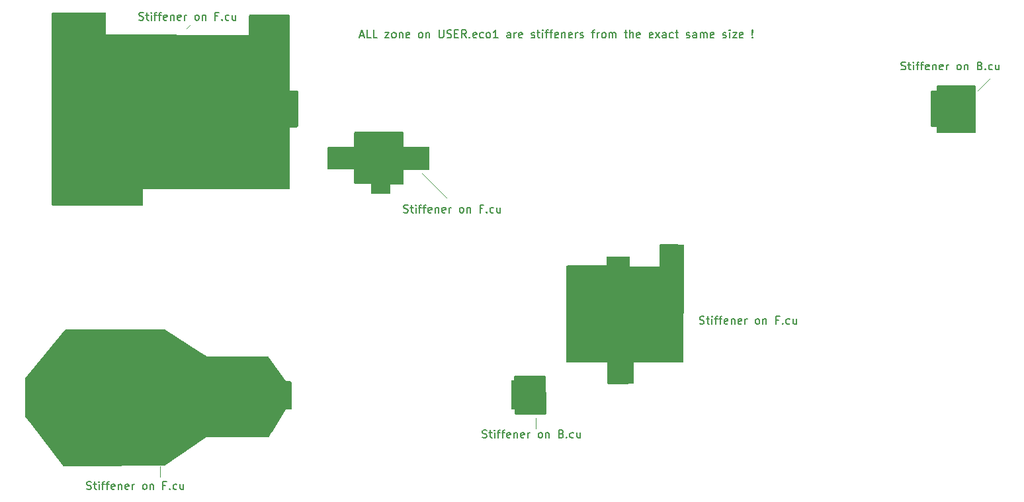
<source format=gbr>
%TF.GenerationSoftware,KiCad,Pcbnew,8.0.5*%
%TF.CreationDate,2025-02-13T07:49:46+01:00*%
%TF.ProjectId,flexpcb,666c6578-7063-4622-9e6b-696361645f70,rev?*%
%TF.SameCoordinates,Original*%
%TF.FileFunction,Other,ECO1*%
%FSLAX46Y46*%
G04 Gerber Fmt 4.6, Leading zero omitted, Abs format (unit mm)*
G04 Created by KiCad (PCBNEW 8.0.5) date 2025-02-13 07:49:46*
%MOMM*%
%LPD*%
G01*
G04 APERTURE LIST*
%ADD10C,0.100000*%
%ADD11C,0.150000*%
G04 APERTURE END LIST*
D10*
X139450000Y-117540000D02*
X139450000Y-116170000D01*
X91400000Y-123700000D02*
X91400000Y-122370000D01*
X95270000Y-65800000D02*
X94750000Y-66320000D01*
X128060000Y-88030000D02*
X124920000Y-84890000D01*
X197670000Y-72660000D02*
X196070000Y-74260000D01*
D11*
X186249160Y-71552200D02*
X186392017Y-71599819D01*
X186392017Y-71599819D02*
X186630112Y-71599819D01*
X186630112Y-71599819D02*
X186725350Y-71552200D01*
X186725350Y-71552200D02*
X186772969Y-71504580D01*
X186772969Y-71504580D02*
X186820588Y-71409342D01*
X186820588Y-71409342D02*
X186820588Y-71314104D01*
X186820588Y-71314104D02*
X186772969Y-71218866D01*
X186772969Y-71218866D02*
X186725350Y-71171247D01*
X186725350Y-71171247D02*
X186630112Y-71123628D01*
X186630112Y-71123628D02*
X186439636Y-71076009D01*
X186439636Y-71076009D02*
X186344398Y-71028390D01*
X186344398Y-71028390D02*
X186296779Y-70980771D01*
X186296779Y-70980771D02*
X186249160Y-70885533D01*
X186249160Y-70885533D02*
X186249160Y-70790295D01*
X186249160Y-70790295D02*
X186296779Y-70695057D01*
X186296779Y-70695057D02*
X186344398Y-70647438D01*
X186344398Y-70647438D02*
X186439636Y-70599819D01*
X186439636Y-70599819D02*
X186677731Y-70599819D01*
X186677731Y-70599819D02*
X186820588Y-70647438D01*
X187106303Y-70933152D02*
X187487255Y-70933152D01*
X187249160Y-70599819D02*
X187249160Y-71456961D01*
X187249160Y-71456961D02*
X187296779Y-71552200D01*
X187296779Y-71552200D02*
X187392017Y-71599819D01*
X187392017Y-71599819D02*
X187487255Y-71599819D01*
X187820589Y-71599819D02*
X187820589Y-70933152D01*
X187820589Y-70599819D02*
X187772970Y-70647438D01*
X187772970Y-70647438D02*
X187820589Y-70695057D01*
X187820589Y-70695057D02*
X187868208Y-70647438D01*
X187868208Y-70647438D02*
X187820589Y-70599819D01*
X187820589Y-70599819D02*
X187820589Y-70695057D01*
X188153922Y-70933152D02*
X188534874Y-70933152D01*
X188296779Y-71599819D02*
X188296779Y-70742676D01*
X188296779Y-70742676D02*
X188344398Y-70647438D01*
X188344398Y-70647438D02*
X188439636Y-70599819D01*
X188439636Y-70599819D02*
X188534874Y-70599819D01*
X188725351Y-70933152D02*
X189106303Y-70933152D01*
X188868208Y-71599819D02*
X188868208Y-70742676D01*
X188868208Y-70742676D02*
X188915827Y-70647438D01*
X188915827Y-70647438D02*
X189011065Y-70599819D01*
X189011065Y-70599819D02*
X189106303Y-70599819D01*
X189820589Y-71552200D02*
X189725351Y-71599819D01*
X189725351Y-71599819D02*
X189534875Y-71599819D01*
X189534875Y-71599819D02*
X189439637Y-71552200D01*
X189439637Y-71552200D02*
X189392018Y-71456961D01*
X189392018Y-71456961D02*
X189392018Y-71076009D01*
X189392018Y-71076009D02*
X189439637Y-70980771D01*
X189439637Y-70980771D02*
X189534875Y-70933152D01*
X189534875Y-70933152D02*
X189725351Y-70933152D01*
X189725351Y-70933152D02*
X189820589Y-70980771D01*
X189820589Y-70980771D02*
X189868208Y-71076009D01*
X189868208Y-71076009D02*
X189868208Y-71171247D01*
X189868208Y-71171247D02*
X189392018Y-71266485D01*
X190296780Y-70933152D02*
X190296780Y-71599819D01*
X190296780Y-71028390D02*
X190344399Y-70980771D01*
X190344399Y-70980771D02*
X190439637Y-70933152D01*
X190439637Y-70933152D02*
X190582494Y-70933152D01*
X190582494Y-70933152D02*
X190677732Y-70980771D01*
X190677732Y-70980771D02*
X190725351Y-71076009D01*
X190725351Y-71076009D02*
X190725351Y-71599819D01*
X191582494Y-71552200D02*
X191487256Y-71599819D01*
X191487256Y-71599819D02*
X191296780Y-71599819D01*
X191296780Y-71599819D02*
X191201542Y-71552200D01*
X191201542Y-71552200D02*
X191153923Y-71456961D01*
X191153923Y-71456961D02*
X191153923Y-71076009D01*
X191153923Y-71076009D02*
X191201542Y-70980771D01*
X191201542Y-70980771D02*
X191296780Y-70933152D01*
X191296780Y-70933152D02*
X191487256Y-70933152D01*
X191487256Y-70933152D02*
X191582494Y-70980771D01*
X191582494Y-70980771D02*
X191630113Y-71076009D01*
X191630113Y-71076009D02*
X191630113Y-71171247D01*
X191630113Y-71171247D02*
X191153923Y-71266485D01*
X192058685Y-71599819D02*
X192058685Y-70933152D01*
X192058685Y-71123628D02*
X192106304Y-71028390D01*
X192106304Y-71028390D02*
X192153923Y-70980771D01*
X192153923Y-70980771D02*
X192249161Y-70933152D01*
X192249161Y-70933152D02*
X192344399Y-70933152D01*
X193582495Y-71599819D02*
X193487257Y-71552200D01*
X193487257Y-71552200D02*
X193439638Y-71504580D01*
X193439638Y-71504580D02*
X193392019Y-71409342D01*
X193392019Y-71409342D02*
X193392019Y-71123628D01*
X193392019Y-71123628D02*
X193439638Y-71028390D01*
X193439638Y-71028390D02*
X193487257Y-70980771D01*
X193487257Y-70980771D02*
X193582495Y-70933152D01*
X193582495Y-70933152D02*
X193725352Y-70933152D01*
X193725352Y-70933152D02*
X193820590Y-70980771D01*
X193820590Y-70980771D02*
X193868209Y-71028390D01*
X193868209Y-71028390D02*
X193915828Y-71123628D01*
X193915828Y-71123628D02*
X193915828Y-71409342D01*
X193915828Y-71409342D02*
X193868209Y-71504580D01*
X193868209Y-71504580D02*
X193820590Y-71552200D01*
X193820590Y-71552200D02*
X193725352Y-71599819D01*
X193725352Y-71599819D02*
X193582495Y-71599819D01*
X194344400Y-70933152D02*
X194344400Y-71599819D01*
X194344400Y-71028390D02*
X194392019Y-70980771D01*
X194392019Y-70980771D02*
X194487257Y-70933152D01*
X194487257Y-70933152D02*
X194630114Y-70933152D01*
X194630114Y-70933152D02*
X194725352Y-70980771D01*
X194725352Y-70980771D02*
X194772971Y-71076009D01*
X194772971Y-71076009D02*
X194772971Y-71599819D01*
X196344400Y-71076009D02*
X196487257Y-71123628D01*
X196487257Y-71123628D02*
X196534876Y-71171247D01*
X196534876Y-71171247D02*
X196582495Y-71266485D01*
X196582495Y-71266485D02*
X196582495Y-71409342D01*
X196582495Y-71409342D02*
X196534876Y-71504580D01*
X196534876Y-71504580D02*
X196487257Y-71552200D01*
X196487257Y-71552200D02*
X196392019Y-71599819D01*
X196392019Y-71599819D02*
X196011067Y-71599819D01*
X196011067Y-71599819D02*
X196011067Y-70599819D01*
X196011067Y-70599819D02*
X196344400Y-70599819D01*
X196344400Y-70599819D02*
X196439638Y-70647438D01*
X196439638Y-70647438D02*
X196487257Y-70695057D01*
X196487257Y-70695057D02*
X196534876Y-70790295D01*
X196534876Y-70790295D02*
X196534876Y-70885533D01*
X196534876Y-70885533D02*
X196487257Y-70980771D01*
X196487257Y-70980771D02*
X196439638Y-71028390D01*
X196439638Y-71028390D02*
X196344400Y-71076009D01*
X196344400Y-71076009D02*
X196011067Y-71076009D01*
X197011067Y-71504580D02*
X197058686Y-71552200D01*
X197058686Y-71552200D02*
X197011067Y-71599819D01*
X197011067Y-71599819D02*
X196963448Y-71552200D01*
X196963448Y-71552200D02*
X197011067Y-71504580D01*
X197011067Y-71504580D02*
X197011067Y-71599819D01*
X197915828Y-71552200D02*
X197820590Y-71599819D01*
X197820590Y-71599819D02*
X197630114Y-71599819D01*
X197630114Y-71599819D02*
X197534876Y-71552200D01*
X197534876Y-71552200D02*
X197487257Y-71504580D01*
X197487257Y-71504580D02*
X197439638Y-71409342D01*
X197439638Y-71409342D02*
X197439638Y-71123628D01*
X197439638Y-71123628D02*
X197487257Y-71028390D01*
X197487257Y-71028390D02*
X197534876Y-70980771D01*
X197534876Y-70980771D02*
X197630114Y-70933152D01*
X197630114Y-70933152D02*
X197820590Y-70933152D01*
X197820590Y-70933152D02*
X197915828Y-70980771D01*
X198772971Y-70933152D02*
X198772971Y-71599819D01*
X198344400Y-70933152D02*
X198344400Y-71456961D01*
X198344400Y-71456961D02*
X198392019Y-71552200D01*
X198392019Y-71552200D02*
X198487257Y-71599819D01*
X198487257Y-71599819D02*
X198630114Y-71599819D01*
X198630114Y-71599819D02*
X198725352Y-71552200D01*
X198725352Y-71552200D02*
X198772971Y-71504580D01*
X122569160Y-89852200D02*
X122712017Y-89899819D01*
X122712017Y-89899819D02*
X122950112Y-89899819D01*
X122950112Y-89899819D02*
X123045350Y-89852200D01*
X123045350Y-89852200D02*
X123092969Y-89804580D01*
X123092969Y-89804580D02*
X123140588Y-89709342D01*
X123140588Y-89709342D02*
X123140588Y-89614104D01*
X123140588Y-89614104D02*
X123092969Y-89518866D01*
X123092969Y-89518866D02*
X123045350Y-89471247D01*
X123045350Y-89471247D02*
X122950112Y-89423628D01*
X122950112Y-89423628D02*
X122759636Y-89376009D01*
X122759636Y-89376009D02*
X122664398Y-89328390D01*
X122664398Y-89328390D02*
X122616779Y-89280771D01*
X122616779Y-89280771D02*
X122569160Y-89185533D01*
X122569160Y-89185533D02*
X122569160Y-89090295D01*
X122569160Y-89090295D02*
X122616779Y-88995057D01*
X122616779Y-88995057D02*
X122664398Y-88947438D01*
X122664398Y-88947438D02*
X122759636Y-88899819D01*
X122759636Y-88899819D02*
X122997731Y-88899819D01*
X122997731Y-88899819D02*
X123140588Y-88947438D01*
X123426303Y-89233152D02*
X123807255Y-89233152D01*
X123569160Y-88899819D02*
X123569160Y-89756961D01*
X123569160Y-89756961D02*
X123616779Y-89852200D01*
X123616779Y-89852200D02*
X123712017Y-89899819D01*
X123712017Y-89899819D02*
X123807255Y-89899819D01*
X124140589Y-89899819D02*
X124140589Y-89233152D01*
X124140589Y-88899819D02*
X124092970Y-88947438D01*
X124092970Y-88947438D02*
X124140589Y-88995057D01*
X124140589Y-88995057D02*
X124188208Y-88947438D01*
X124188208Y-88947438D02*
X124140589Y-88899819D01*
X124140589Y-88899819D02*
X124140589Y-88995057D01*
X124473922Y-89233152D02*
X124854874Y-89233152D01*
X124616779Y-89899819D02*
X124616779Y-89042676D01*
X124616779Y-89042676D02*
X124664398Y-88947438D01*
X124664398Y-88947438D02*
X124759636Y-88899819D01*
X124759636Y-88899819D02*
X124854874Y-88899819D01*
X125045351Y-89233152D02*
X125426303Y-89233152D01*
X125188208Y-89899819D02*
X125188208Y-89042676D01*
X125188208Y-89042676D02*
X125235827Y-88947438D01*
X125235827Y-88947438D02*
X125331065Y-88899819D01*
X125331065Y-88899819D02*
X125426303Y-88899819D01*
X126140589Y-89852200D02*
X126045351Y-89899819D01*
X126045351Y-89899819D02*
X125854875Y-89899819D01*
X125854875Y-89899819D02*
X125759637Y-89852200D01*
X125759637Y-89852200D02*
X125712018Y-89756961D01*
X125712018Y-89756961D02*
X125712018Y-89376009D01*
X125712018Y-89376009D02*
X125759637Y-89280771D01*
X125759637Y-89280771D02*
X125854875Y-89233152D01*
X125854875Y-89233152D02*
X126045351Y-89233152D01*
X126045351Y-89233152D02*
X126140589Y-89280771D01*
X126140589Y-89280771D02*
X126188208Y-89376009D01*
X126188208Y-89376009D02*
X126188208Y-89471247D01*
X126188208Y-89471247D02*
X125712018Y-89566485D01*
X126616780Y-89233152D02*
X126616780Y-89899819D01*
X126616780Y-89328390D02*
X126664399Y-89280771D01*
X126664399Y-89280771D02*
X126759637Y-89233152D01*
X126759637Y-89233152D02*
X126902494Y-89233152D01*
X126902494Y-89233152D02*
X126997732Y-89280771D01*
X126997732Y-89280771D02*
X127045351Y-89376009D01*
X127045351Y-89376009D02*
X127045351Y-89899819D01*
X127902494Y-89852200D02*
X127807256Y-89899819D01*
X127807256Y-89899819D02*
X127616780Y-89899819D01*
X127616780Y-89899819D02*
X127521542Y-89852200D01*
X127521542Y-89852200D02*
X127473923Y-89756961D01*
X127473923Y-89756961D02*
X127473923Y-89376009D01*
X127473923Y-89376009D02*
X127521542Y-89280771D01*
X127521542Y-89280771D02*
X127616780Y-89233152D01*
X127616780Y-89233152D02*
X127807256Y-89233152D01*
X127807256Y-89233152D02*
X127902494Y-89280771D01*
X127902494Y-89280771D02*
X127950113Y-89376009D01*
X127950113Y-89376009D02*
X127950113Y-89471247D01*
X127950113Y-89471247D02*
X127473923Y-89566485D01*
X128378685Y-89899819D02*
X128378685Y-89233152D01*
X128378685Y-89423628D02*
X128426304Y-89328390D01*
X128426304Y-89328390D02*
X128473923Y-89280771D01*
X128473923Y-89280771D02*
X128569161Y-89233152D01*
X128569161Y-89233152D02*
X128664399Y-89233152D01*
X129902495Y-89899819D02*
X129807257Y-89852200D01*
X129807257Y-89852200D02*
X129759638Y-89804580D01*
X129759638Y-89804580D02*
X129712019Y-89709342D01*
X129712019Y-89709342D02*
X129712019Y-89423628D01*
X129712019Y-89423628D02*
X129759638Y-89328390D01*
X129759638Y-89328390D02*
X129807257Y-89280771D01*
X129807257Y-89280771D02*
X129902495Y-89233152D01*
X129902495Y-89233152D02*
X130045352Y-89233152D01*
X130045352Y-89233152D02*
X130140590Y-89280771D01*
X130140590Y-89280771D02*
X130188209Y-89328390D01*
X130188209Y-89328390D02*
X130235828Y-89423628D01*
X130235828Y-89423628D02*
X130235828Y-89709342D01*
X130235828Y-89709342D02*
X130188209Y-89804580D01*
X130188209Y-89804580D02*
X130140590Y-89852200D01*
X130140590Y-89852200D02*
X130045352Y-89899819D01*
X130045352Y-89899819D02*
X129902495Y-89899819D01*
X130664400Y-89233152D02*
X130664400Y-89899819D01*
X130664400Y-89328390D02*
X130712019Y-89280771D01*
X130712019Y-89280771D02*
X130807257Y-89233152D01*
X130807257Y-89233152D02*
X130950114Y-89233152D01*
X130950114Y-89233152D02*
X131045352Y-89280771D01*
X131045352Y-89280771D02*
X131092971Y-89376009D01*
X131092971Y-89376009D02*
X131092971Y-89899819D01*
X132664400Y-89376009D02*
X132331067Y-89376009D01*
X132331067Y-89899819D02*
X132331067Y-88899819D01*
X132331067Y-88899819D02*
X132807257Y-88899819D01*
X133188210Y-89804580D02*
X133235829Y-89852200D01*
X133235829Y-89852200D02*
X133188210Y-89899819D01*
X133188210Y-89899819D02*
X133140591Y-89852200D01*
X133140591Y-89852200D02*
X133188210Y-89804580D01*
X133188210Y-89804580D02*
X133188210Y-89899819D01*
X134092971Y-89852200D02*
X133997733Y-89899819D01*
X133997733Y-89899819D02*
X133807257Y-89899819D01*
X133807257Y-89899819D02*
X133712019Y-89852200D01*
X133712019Y-89852200D02*
X133664400Y-89804580D01*
X133664400Y-89804580D02*
X133616781Y-89709342D01*
X133616781Y-89709342D02*
X133616781Y-89423628D01*
X133616781Y-89423628D02*
X133664400Y-89328390D01*
X133664400Y-89328390D02*
X133712019Y-89280771D01*
X133712019Y-89280771D02*
X133807257Y-89233152D01*
X133807257Y-89233152D02*
X133997733Y-89233152D01*
X133997733Y-89233152D02*
X134092971Y-89280771D01*
X134950114Y-89233152D02*
X134950114Y-89899819D01*
X134521543Y-89233152D02*
X134521543Y-89756961D01*
X134521543Y-89756961D02*
X134569162Y-89852200D01*
X134569162Y-89852200D02*
X134664400Y-89899819D01*
X134664400Y-89899819D02*
X134807257Y-89899819D01*
X134807257Y-89899819D02*
X134902495Y-89852200D01*
X134902495Y-89852200D02*
X134950114Y-89804580D01*
X88699160Y-65212200D02*
X88842017Y-65259819D01*
X88842017Y-65259819D02*
X89080112Y-65259819D01*
X89080112Y-65259819D02*
X89175350Y-65212200D01*
X89175350Y-65212200D02*
X89222969Y-65164580D01*
X89222969Y-65164580D02*
X89270588Y-65069342D01*
X89270588Y-65069342D02*
X89270588Y-64974104D01*
X89270588Y-64974104D02*
X89222969Y-64878866D01*
X89222969Y-64878866D02*
X89175350Y-64831247D01*
X89175350Y-64831247D02*
X89080112Y-64783628D01*
X89080112Y-64783628D02*
X88889636Y-64736009D01*
X88889636Y-64736009D02*
X88794398Y-64688390D01*
X88794398Y-64688390D02*
X88746779Y-64640771D01*
X88746779Y-64640771D02*
X88699160Y-64545533D01*
X88699160Y-64545533D02*
X88699160Y-64450295D01*
X88699160Y-64450295D02*
X88746779Y-64355057D01*
X88746779Y-64355057D02*
X88794398Y-64307438D01*
X88794398Y-64307438D02*
X88889636Y-64259819D01*
X88889636Y-64259819D02*
X89127731Y-64259819D01*
X89127731Y-64259819D02*
X89270588Y-64307438D01*
X89556303Y-64593152D02*
X89937255Y-64593152D01*
X89699160Y-64259819D02*
X89699160Y-65116961D01*
X89699160Y-65116961D02*
X89746779Y-65212200D01*
X89746779Y-65212200D02*
X89842017Y-65259819D01*
X89842017Y-65259819D02*
X89937255Y-65259819D01*
X90270589Y-65259819D02*
X90270589Y-64593152D01*
X90270589Y-64259819D02*
X90222970Y-64307438D01*
X90222970Y-64307438D02*
X90270589Y-64355057D01*
X90270589Y-64355057D02*
X90318208Y-64307438D01*
X90318208Y-64307438D02*
X90270589Y-64259819D01*
X90270589Y-64259819D02*
X90270589Y-64355057D01*
X90603922Y-64593152D02*
X90984874Y-64593152D01*
X90746779Y-65259819D02*
X90746779Y-64402676D01*
X90746779Y-64402676D02*
X90794398Y-64307438D01*
X90794398Y-64307438D02*
X90889636Y-64259819D01*
X90889636Y-64259819D02*
X90984874Y-64259819D01*
X91175351Y-64593152D02*
X91556303Y-64593152D01*
X91318208Y-65259819D02*
X91318208Y-64402676D01*
X91318208Y-64402676D02*
X91365827Y-64307438D01*
X91365827Y-64307438D02*
X91461065Y-64259819D01*
X91461065Y-64259819D02*
X91556303Y-64259819D01*
X92270589Y-65212200D02*
X92175351Y-65259819D01*
X92175351Y-65259819D02*
X91984875Y-65259819D01*
X91984875Y-65259819D02*
X91889637Y-65212200D01*
X91889637Y-65212200D02*
X91842018Y-65116961D01*
X91842018Y-65116961D02*
X91842018Y-64736009D01*
X91842018Y-64736009D02*
X91889637Y-64640771D01*
X91889637Y-64640771D02*
X91984875Y-64593152D01*
X91984875Y-64593152D02*
X92175351Y-64593152D01*
X92175351Y-64593152D02*
X92270589Y-64640771D01*
X92270589Y-64640771D02*
X92318208Y-64736009D01*
X92318208Y-64736009D02*
X92318208Y-64831247D01*
X92318208Y-64831247D02*
X91842018Y-64926485D01*
X92746780Y-64593152D02*
X92746780Y-65259819D01*
X92746780Y-64688390D02*
X92794399Y-64640771D01*
X92794399Y-64640771D02*
X92889637Y-64593152D01*
X92889637Y-64593152D02*
X93032494Y-64593152D01*
X93032494Y-64593152D02*
X93127732Y-64640771D01*
X93127732Y-64640771D02*
X93175351Y-64736009D01*
X93175351Y-64736009D02*
X93175351Y-65259819D01*
X94032494Y-65212200D02*
X93937256Y-65259819D01*
X93937256Y-65259819D02*
X93746780Y-65259819D01*
X93746780Y-65259819D02*
X93651542Y-65212200D01*
X93651542Y-65212200D02*
X93603923Y-65116961D01*
X93603923Y-65116961D02*
X93603923Y-64736009D01*
X93603923Y-64736009D02*
X93651542Y-64640771D01*
X93651542Y-64640771D02*
X93746780Y-64593152D01*
X93746780Y-64593152D02*
X93937256Y-64593152D01*
X93937256Y-64593152D02*
X94032494Y-64640771D01*
X94032494Y-64640771D02*
X94080113Y-64736009D01*
X94080113Y-64736009D02*
X94080113Y-64831247D01*
X94080113Y-64831247D02*
X93603923Y-64926485D01*
X94508685Y-65259819D02*
X94508685Y-64593152D01*
X94508685Y-64783628D02*
X94556304Y-64688390D01*
X94556304Y-64688390D02*
X94603923Y-64640771D01*
X94603923Y-64640771D02*
X94699161Y-64593152D01*
X94699161Y-64593152D02*
X94794399Y-64593152D01*
X96032495Y-65259819D02*
X95937257Y-65212200D01*
X95937257Y-65212200D02*
X95889638Y-65164580D01*
X95889638Y-65164580D02*
X95842019Y-65069342D01*
X95842019Y-65069342D02*
X95842019Y-64783628D01*
X95842019Y-64783628D02*
X95889638Y-64688390D01*
X95889638Y-64688390D02*
X95937257Y-64640771D01*
X95937257Y-64640771D02*
X96032495Y-64593152D01*
X96032495Y-64593152D02*
X96175352Y-64593152D01*
X96175352Y-64593152D02*
X96270590Y-64640771D01*
X96270590Y-64640771D02*
X96318209Y-64688390D01*
X96318209Y-64688390D02*
X96365828Y-64783628D01*
X96365828Y-64783628D02*
X96365828Y-65069342D01*
X96365828Y-65069342D02*
X96318209Y-65164580D01*
X96318209Y-65164580D02*
X96270590Y-65212200D01*
X96270590Y-65212200D02*
X96175352Y-65259819D01*
X96175352Y-65259819D02*
X96032495Y-65259819D01*
X96794400Y-64593152D02*
X96794400Y-65259819D01*
X96794400Y-64688390D02*
X96842019Y-64640771D01*
X96842019Y-64640771D02*
X96937257Y-64593152D01*
X96937257Y-64593152D02*
X97080114Y-64593152D01*
X97080114Y-64593152D02*
X97175352Y-64640771D01*
X97175352Y-64640771D02*
X97222971Y-64736009D01*
X97222971Y-64736009D02*
X97222971Y-65259819D01*
X98794400Y-64736009D02*
X98461067Y-64736009D01*
X98461067Y-65259819D02*
X98461067Y-64259819D01*
X98461067Y-64259819D02*
X98937257Y-64259819D01*
X99318210Y-65164580D02*
X99365829Y-65212200D01*
X99365829Y-65212200D02*
X99318210Y-65259819D01*
X99318210Y-65259819D02*
X99270591Y-65212200D01*
X99270591Y-65212200D02*
X99318210Y-65164580D01*
X99318210Y-65164580D02*
X99318210Y-65259819D01*
X100222971Y-65212200D02*
X100127733Y-65259819D01*
X100127733Y-65259819D02*
X99937257Y-65259819D01*
X99937257Y-65259819D02*
X99842019Y-65212200D01*
X99842019Y-65212200D02*
X99794400Y-65164580D01*
X99794400Y-65164580D02*
X99746781Y-65069342D01*
X99746781Y-65069342D02*
X99746781Y-64783628D01*
X99746781Y-64783628D02*
X99794400Y-64688390D01*
X99794400Y-64688390D02*
X99842019Y-64640771D01*
X99842019Y-64640771D02*
X99937257Y-64593152D01*
X99937257Y-64593152D02*
X100127733Y-64593152D01*
X100127733Y-64593152D02*
X100222971Y-64640771D01*
X101080114Y-64593152D02*
X101080114Y-65259819D01*
X100651543Y-64593152D02*
X100651543Y-65116961D01*
X100651543Y-65116961D02*
X100699162Y-65212200D01*
X100699162Y-65212200D02*
X100794400Y-65259819D01*
X100794400Y-65259819D02*
X100937257Y-65259819D01*
X100937257Y-65259819D02*
X101032495Y-65212200D01*
X101032495Y-65212200D02*
X101080114Y-65164580D01*
X160459160Y-104112200D02*
X160602017Y-104159819D01*
X160602017Y-104159819D02*
X160840112Y-104159819D01*
X160840112Y-104159819D02*
X160935350Y-104112200D01*
X160935350Y-104112200D02*
X160982969Y-104064580D01*
X160982969Y-104064580D02*
X161030588Y-103969342D01*
X161030588Y-103969342D02*
X161030588Y-103874104D01*
X161030588Y-103874104D02*
X160982969Y-103778866D01*
X160982969Y-103778866D02*
X160935350Y-103731247D01*
X160935350Y-103731247D02*
X160840112Y-103683628D01*
X160840112Y-103683628D02*
X160649636Y-103636009D01*
X160649636Y-103636009D02*
X160554398Y-103588390D01*
X160554398Y-103588390D02*
X160506779Y-103540771D01*
X160506779Y-103540771D02*
X160459160Y-103445533D01*
X160459160Y-103445533D02*
X160459160Y-103350295D01*
X160459160Y-103350295D02*
X160506779Y-103255057D01*
X160506779Y-103255057D02*
X160554398Y-103207438D01*
X160554398Y-103207438D02*
X160649636Y-103159819D01*
X160649636Y-103159819D02*
X160887731Y-103159819D01*
X160887731Y-103159819D02*
X161030588Y-103207438D01*
X161316303Y-103493152D02*
X161697255Y-103493152D01*
X161459160Y-103159819D02*
X161459160Y-104016961D01*
X161459160Y-104016961D02*
X161506779Y-104112200D01*
X161506779Y-104112200D02*
X161602017Y-104159819D01*
X161602017Y-104159819D02*
X161697255Y-104159819D01*
X162030589Y-104159819D02*
X162030589Y-103493152D01*
X162030589Y-103159819D02*
X161982970Y-103207438D01*
X161982970Y-103207438D02*
X162030589Y-103255057D01*
X162030589Y-103255057D02*
X162078208Y-103207438D01*
X162078208Y-103207438D02*
X162030589Y-103159819D01*
X162030589Y-103159819D02*
X162030589Y-103255057D01*
X162363922Y-103493152D02*
X162744874Y-103493152D01*
X162506779Y-104159819D02*
X162506779Y-103302676D01*
X162506779Y-103302676D02*
X162554398Y-103207438D01*
X162554398Y-103207438D02*
X162649636Y-103159819D01*
X162649636Y-103159819D02*
X162744874Y-103159819D01*
X162935351Y-103493152D02*
X163316303Y-103493152D01*
X163078208Y-104159819D02*
X163078208Y-103302676D01*
X163078208Y-103302676D02*
X163125827Y-103207438D01*
X163125827Y-103207438D02*
X163221065Y-103159819D01*
X163221065Y-103159819D02*
X163316303Y-103159819D01*
X164030589Y-104112200D02*
X163935351Y-104159819D01*
X163935351Y-104159819D02*
X163744875Y-104159819D01*
X163744875Y-104159819D02*
X163649637Y-104112200D01*
X163649637Y-104112200D02*
X163602018Y-104016961D01*
X163602018Y-104016961D02*
X163602018Y-103636009D01*
X163602018Y-103636009D02*
X163649637Y-103540771D01*
X163649637Y-103540771D02*
X163744875Y-103493152D01*
X163744875Y-103493152D02*
X163935351Y-103493152D01*
X163935351Y-103493152D02*
X164030589Y-103540771D01*
X164030589Y-103540771D02*
X164078208Y-103636009D01*
X164078208Y-103636009D02*
X164078208Y-103731247D01*
X164078208Y-103731247D02*
X163602018Y-103826485D01*
X164506780Y-103493152D02*
X164506780Y-104159819D01*
X164506780Y-103588390D02*
X164554399Y-103540771D01*
X164554399Y-103540771D02*
X164649637Y-103493152D01*
X164649637Y-103493152D02*
X164792494Y-103493152D01*
X164792494Y-103493152D02*
X164887732Y-103540771D01*
X164887732Y-103540771D02*
X164935351Y-103636009D01*
X164935351Y-103636009D02*
X164935351Y-104159819D01*
X165792494Y-104112200D02*
X165697256Y-104159819D01*
X165697256Y-104159819D02*
X165506780Y-104159819D01*
X165506780Y-104159819D02*
X165411542Y-104112200D01*
X165411542Y-104112200D02*
X165363923Y-104016961D01*
X165363923Y-104016961D02*
X165363923Y-103636009D01*
X165363923Y-103636009D02*
X165411542Y-103540771D01*
X165411542Y-103540771D02*
X165506780Y-103493152D01*
X165506780Y-103493152D02*
X165697256Y-103493152D01*
X165697256Y-103493152D02*
X165792494Y-103540771D01*
X165792494Y-103540771D02*
X165840113Y-103636009D01*
X165840113Y-103636009D02*
X165840113Y-103731247D01*
X165840113Y-103731247D02*
X165363923Y-103826485D01*
X166268685Y-104159819D02*
X166268685Y-103493152D01*
X166268685Y-103683628D02*
X166316304Y-103588390D01*
X166316304Y-103588390D02*
X166363923Y-103540771D01*
X166363923Y-103540771D02*
X166459161Y-103493152D01*
X166459161Y-103493152D02*
X166554399Y-103493152D01*
X167792495Y-104159819D02*
X167697257Y-104112200D01*
X167697257Y-104112200D02*
X167649638Y-104064580D01*
X167649638Y-104064580D02*
X167602019Y-103969342D01*
X167602019Y-103969342D02*
X167602019Y-103683628D01*
X167602019Y-103683628D02*
X167649638Y-103588390D01*
X167649638Y-103588390D02*
X167697257Y-103540771D01*
X167697257Y-103540771D02*
X167792495Y-103493152D01*
X167792495Y-103493152D02*
X167935352Y-103493152D01*
X167935352Y-103493152D02*
X168030590Y-103540771D01*
X168030590Y-103540771D02*
X168078209Y-103588390D01*
X168078209Y-103588390D02*
X168125828Y-103683628D01*
X168125828Y-103683628D02*
X168125828Y-103969342D01*
X168125828Y-103969342D02*
X168078209Y-104064580D01*
X168078209Y-104064580D02*
X168030590Y-104112200D01*
X168030590Y-104112200D02*
X167935352Y-104159819D01*
X167935352Y-104159819D02*
X167792495Y-104159819D01*
X168554400Y-103493152D02*
X168554400Y-104159819D01*
X168554400Y-103588390D02*
X168602019Y-103540771D01*
X168602019Y-103540771D02*
X168697257Y-103493152D01*
X168697257Y-103493152D02*
X168840114Y-103493152D01*
X168840114Y-103493152D02*
X168935352Y-103540771D01*
X168935352Y-103540771D02*
X168982971Y-103636009D01*
X168982971Y-103636009D02*
X168982971Y-104159819D01*
X170554400Y-103636009D02*
X170221067Y-103636009D01*
X170221067Y-104159819D02*
X170221067Y-103159819D01*
X170221067Y-103159819D02*
X170697257Y-103159819D01*
X171078210Y-104064580D02*
X171125829Y-104112200D01*
X171125829Y-104112200D02*
X171078210Y-104159819D01*
X171078210Y-104159819D02*
X171030591Y-104112200D01*
X171030591Y-104112200D02*
X171078210Y-104064580D01*
X171078210Y-104064580D02*
X171078210Y-104159819D01*
X171982971Y-104112200D02*
X171887733Y-104159819D01*
X171887733Y-104159819D02*
X171697257Y-104159819D01*
X171697257Y-104159819D02*
X171602019Y-104112200D01*
X171602019Y-104112200D02*
X171554400Y-104064580D01*
X171554400Y-104064580D02*
X171506781Y-103969342D01*
X171506781Y-103969342D02*
X171506781Y-103683628D01*
X171506781Y-103683628D02*
X171554400Y-103588390D01*
X171554400Y-103588390D02*
X171602019Y-103540771D01*
X171602019Y-103540771D02*
X171697257Y-103493152D01*
X171697257Y-103493152D02*
X171887733Y-103493152D01*
X171887733Y-103493152D02*
X171982971Y-103540771D01*
X172840114Y-103493152D02*
X172840114Y-104159819D01*
X172411543Y-103493152D02*
X172411543Y-104016961D01*
X172411543Y-104016961D02*
X172459162Y-104112200D01*
X172459162Y-104112200D02*
X172554400Y-104159819D01*
X172554400Y-104159819D02*
X172697257Y-104159819D01*
X172697257Y-104159819D02*
X172792495Y-104112200D01*
X172792495Y-104112200D02*
X172840114Y-104064580D01*
X132649160Y-118672200D02*
X132792017Y-118719819D01*
X132792017Y-118719819D02*
X133030112Y-118719819D01*
X133030112Y-118719819D02*
X133125350Y-118672200D01*
X133125350Y-118672200D02*
X133172969Y-118624580D01*
X133172969Y-118624580D02*
X133220588Y-118529342D01*
X133220588Y-118529342D02*
X133220588Y-118434104D01*
X133220588Y-118434104D02*
X133172969Y-118338866D01*
X133172969Y-118338866D02*
X133125350Y-118291247D01*
X133125350Y-118291247D02*
X133030112Y-118243628D01*
X133030112Y-118243628D02*
X132839636Y-118196009D01*
X132839636Y-118196009D02*
X132744398Y-118148390D01*
X132744398Y-118148390D02*
X132696779Y-118100771D01*
X132696779Y-118100771D02*
X132649160Y-118005533D01*
X132649160Y-118005533D02*
X132649160Y-117910295D01*
X132649160Y-117910295D02*
X132696779Y-117815057D01*
X132696779Y-117815057D02*
X132744398Y-117767438D01*
X132744398Y-117767438D02*
X132839636Y-117719819D01*
X132839636Y-117719819D02*
X133077731Y-117719819D01*
X133077731Y-117719819D02*
X133220588Y-117767438D01*
X133506303Y-118053152D02*
X133887255Y-118053152D01*
X133649160Y-117719819D02*
X133649160Y-118576961D01*
X133649160Y-118576961D02*
X133696779Y-118672200D01*
X133696779Y-118672200D02*
X133792017Y-118719819D01*
X133792017Y-118719819D02*
X133887255Y-118719819D01*
X134220589Y-118719819D02*
X134220589Y-118053152D01*
X134220589Y-117719819D02*
X134172970Y-117767438D01*
X134172970Y-117767438D02*
X134220589Y-117815057D01*
X134220589Y-117815057D02*
X134268208Y-117767438D01*
X134268208Y-117767438D02*
X134220589Y-117719819D01*
X134220589Y-117719819D02*
X134220589Y-117815057D01*
X134553922Y-118053152D02*
X134934874Y-118053152D01*
X134696779Y-118719819D02*
X134696779Y-117862676D01*
X134696779Y-117862676D02*
X134744398Y-117767438D01*
X134744398Y-117767438D02*
X134839636Y-117719819D01*
X134839636Y-117719819D02*
X134934874Y-117719819D01*
X135125351Y-118053152D02*
X135506303Y-118053152D01*
X135268208Y-118719819D02*
X135268208Y-117862676D01*
X135268208Y-117862676D02*
X135315827Y-117767438D01*
X135315827Y-117767438D02*
X135411065Y-117719819D01*
X135411065Y-117719819D02*
X135506303Y-117719819D01*
X136220589Y-118672200D02*
X136125351Y-118719819D01*
X136125351Y-118719819D02*
X135934875Y-118719819D01*
X135934875Y-118719819D02*
X135839637Y-118672200D01*
X135839637Y-118672200D02*
X135792018Y-118576961D01*
X135792018Y-118576961D02*
X135792018Y-118196009D01*
X135792018Y-118196009D02*
X135839637Y-118100771D01*
X135839637Y-118100771D02*
X135934875Y-118053152D01*
X135934875Y-118053152D02*
X136125351Y-118053152D01*
X136125351Y-118053152D02*
X136220589Y-118100771D01*
X136220589Y-118100771D02*
X136268208Y-118196009D01*
X136268208Y-118196009D02*
X136268208Y-118291247D01*
X136268208Y-118291247D02*
X135792018Y-118386485D01*
X136696780Y-118053152D02*
X136696780Y-118719819D01*
X136696780Y-118148390D02*
X136744399Y-118100771D01*
X136744399Y-118100771D02*
X136839637Y-118053152D01*
X136839637Y-118053152D02*
X136982494Y-118053152D01*
X136982494Y-118053152D02*
X137077732Y-118100771D01*
X137077732Y-118100771D02*
X137125351Y-118196009D01*
X137125351Y-118196009D02*
X137125351Y-118719819D01*
X137982494Y-118672200D02*
X137887256Y-118719819D01*
X137887256Y-118719819D02*
X137696780Y-118719819D01*
X137696780Y-118719819D02*
X137601542Y-118672200D01*
X137601542Y-118672200D02*
X137553923Y-118576961D01*
X137553923Y-118576961D02*
X137553923Y-118196009D01*
X137553923Y-118196009D02*
X137601542Y-118100771D01*
X137601542Y-118100771D02*
X137696780Y-118053152D01*
X137696780Y-118053152D02*
X137887256Y-118053152D01*
X137887256Y-118053152D02*
X137982494Y-118100771D01*
X137982494Y-118100771D02*
X138030113Y-118196009D01*
X138030113Y-118196009D02*
X138030113Y-118291247D01*
X138030113Y-118291247D02*
X137553923Y-118386485D01*
X138458685Y-118719819D02*
X138458685Y-118053152D01*
X138458685Y-118243628D02*
X138506304Y-118148390D01*
X138506304Y-118148390D02*
X138553923Y-118100771D01*
X138553923Y-118100771D02*
X138649161Y-118053152D01*
X138649161Y-118053152D02*
X138744399Y-118053152D01*
X139982495Y-118719819D02*
X139887257Y-118672200D01*
X139887257Y-118672200D02*
X139839638Y-118624580D01*
X139839638Y-118624580D02*
X139792019Y-118529342D01*
X139792019Y-118529342D02*
X139792019Y-118243628D01*
X139792019Y-118243628D02*
X139839638Y-118148390D01*
X139839638Y-118148390D02*
X139887257Y-118100771D01*
X139887257Y-118100771D02*
X139982495Y-118053152D01*
X139982495Y-118053152D02*
X140125352Y-118053152D01*
X140125352Y-118053152D02*
X140220590Y-118100771D01*
X140220590Y-118100771D02*
X140268209Y-118148390D01*
X140268209Y-118148390D02*
X140315828Y-118243628D01*
X140315828Y-118243628D02*
X140315828Y-118529342D01*
X140315828Y-118529342D02*
X140268209Y-118624580D01*
X140268209Y-118624580D02*
X140220590Y-118672200D01*
X140220590Y-118672200D02*
X140125352Y-118719819D01*
X140125352Y-118719819D02*
X139982495Y-118719819D01*
X140744400Y-118053152D02*
X140744400Y-118719819D01*
X140744400Y-118148390D02*
X140792019Y-118100771D01*
X140792019Y-118100771D02*
X140887257Y-118053152D01*
X140887257Y-118053152D02*
X141030114Y-118053152D01*
X141030114Y-118053152D02*
X141125352Y-118100771D01*
X141125352Y-118100771D02*
X141172971Y-118196009D01*
X141172971Y-118196009D02*
X141172971Y-118719819D01*
X142744400Y-118196009D02*
X142887257Y-118243628D01*
X142887257Y-118243628D02*
X142934876Y-118291247D01*
X142934876Y-118291247D02*
X142982495Y-118386485D01*
X142982495Y-118386485D02*
X142982495Y-118529342D01*
X142982495Y-118529342D02*
X142934876Y-118624580D01*
X142934876Y-118624580D02*
X142887257Y-118672200D01*
X142887257Y-118672200D02*
X142792019Y-118719819D01*
X142792019Y-118719819D02*
X142411067Y-118719819D01*
X142411067Y-118719819D02*
X142411067Y-117719819D01*
X142411067Y-117719819D02*
X142744400Y-117719819D01*
X142744400Y-117719819D02*
X142839638Y-117767438D01*
X142839638Y-117767438D02*
X142887257Y-117815057D01*
X142887257Y-117815057D02*
X142934876Y-117910295D01*
X142934876Y-117910295D02*
X142934876Y-118005533D01*
X142934876Y-118005533D02*
X142887257Y-118100771D01*
X142887257Y-118100771D02*
X142839638Y-118148390D01*
X142839638Y-118148390D02*
X142744400Y-118196009D01*
X142744400Y-118196009D02*
X142411067Y-118196009D01*
X143411067Y-118624580D02*
X143458686Y-118672200D01*
X143458686Y-118672200D02*
X143411067Y-118719819D01*
X143411067Y-118719819D02*
X143363448Y-118672200D01*
X143363448Y-118672200D02*
X143411067Y-118624580D01*
X143411067Y-118624580D02*
X143411067Y-118719819D01*
X144315828Y-118672200D02*
X144220590Y-118719819D01*
X144220590Y-118719819D02*
X144030114Y-118719819D01*
X144030114Y-118719819D02*
X143934876Y-118672200D01*
X143934876Y-118672200D02*
X143887257Y-118624580D01*
X143887257Y-118624580D02*
X143839638Y-118529342D01*
X143839638Y-118529342D02*
X143839638Y-118243628D01*
X143839638Y-118243628D02*
X143887257Y-118148390D01*
X143887257Y-118148390D02*
X143934876Y-118100771D01*
X143934876Y-118100771D02*
X144030114Y-118053152D01*
X144030114Y-118053152D02*
X144220590Y-118053152D01*
X144220590Y-118053152D02*
X144315828Y-118100771D01*
X145172971Y-118053152D02*
X145172971Y-118719819D01*
X144744400Y-118053152D02*
X144744400Y-118576961D01*
X144744400Y-118576961D02*
X144792019Y-118672200D01*
X144792019Y-118672200D02*
X144887257Y-118719819D01*
X144887257Y-118719819D02*
X145030114Y-118719819D01*
X145030114Y-118719819D02*
X145125352Y-118672200D01*
X145125352Y-118672200D02*
X145172971Y-118624580D01*
X82009160Y-125282200D02*
X82152017Y-125329819D01*
X82152017Y-125329819D02*
X82390112Y-125329819D01*
X82390112Y-125329819D02*
X82485350Y-125282200D01*
X82485350Y-125282200D02*
X82532969Y-125234580D01*
X82532969Y-125234580D02*
X82580588Y-125139342D01*
X82580588Y-125139342D02*
X82580588Y-125044104D01*
X82580588Y-125044104D02*
X82532969Y-124948866D01*
X82532969Y-124948866D02*
X82485350Y-124901247D01*
X82485350Y-124901247D02*
X82390112Y-124853628D01*
X82390112Y-124853628D02*
X82199636Y-124806009D01*
X82199636Y-124806009D02*
X82104398Y-124758390D01*
X82104398Y-124758390D02*
X82056779Y-124710771D01*
X82056779Y-124710771D02*
X82009160Y-124615533D01*
X82009160Y-124615533D02*
X82009160Y-124520295D01*
X82009160Y-124520295D02*
X82056779Y-124425057D01*
X82056779Y-124425057D02*
X82104398Y-124377438D01*
X82104398Y-124377438D02*
X82199636Y-124329819D01*
X82199636Y-124329819D02*
X82437731Y-124329819D01*
X82437731Y-124329819D02*
X82580588Y-124377438D01*
X82866303Y-124663152D02*
X83247255Y-124663152D01*
X83009160Y-124329819D02*
X83009160Y-125186961D01*
X83009160Y-125186961D02*
X83056779Y-125282200D01*
X83056779Y-125282200D02*
X83152017Y-125329819D01*
X83152017Y-125329819D02*
X83247255Y-125329819D01*
X83580589Y-125329819D02*
X83580589Y-124663152D01*
X83580589Y-124329819D02*
X83532970Y-124377438D01*
X83532970Y-124377438D02*
X83580589Y-124425057D01*
X83580589Y-124425057D02*
X83628208Y-124377438D01*
X83628208Y-124377438D02*
X83580589Y-124329819D01*
X83580589Y-124329819D02*
X83580589Y-124425057D01*
X83913922Y-124663152D02*
X84294874Y-124663152D01*
X84056779Y-125329819D02*
X84056779Y-124472676D01*
X84056779Y-124472676D02*
X84104398Y-124377438D01*
X84104398Y-124377438D02*
X84199636Y-124329819D01*
X84199636Y-124329819D02*
X84294874Y-124329819D01*
X84485351Y-124663152D02*
X84866303Y-124663152D01*
X84628208Y-125329819D02*
X84628208Y-124472676D01*
X84628208Y-124472676D02*
X84675827Y-124377438D01*
X84675827Y-124377438D02*
X84771065Y-124329819D01*
X84771065Y-124329819D02*
X84866303Y-124329819D01*
X85580589Y-125282200D02*
X85485351Y-125329819D01*
X85485351Y-125329819D02*
X85294875Y-125329819D01*
X85294875Y-125329819D02*
X85199637Y-125282200D01*
X85199637Y-125282200D02*
X85152018Y-125186961D01*
X85152018Y-125186961D02*
X85152018Y-124806009D01*
X85152018Y-124806009D02*
X85199637Y-124710771D01*
X85199637Y-124710771D02*
X85294875Y-124663152D01*
X85294875Y-124663152D02*
X85485351Y-124663152D01*
X85485351Y-124663152D02*
X85580589Y-124710771D01*
X85580589Y-124710771D02*
X85628208Y-124806009D01*
X85628208Y-124806009D02*
X85628208Y-124901247D01*
X85628208Y-124901247D02*
X85152018Y-124996485D01*
X86056780Y-124663152D02*
X86056780Y-125329819D01*
X86056780Y-124758390D02*
X86104399Y-124710771D01*
X86104399Y-124710771D02*
X86199637Y-124663152D01*
X86199637Y-124663152D02*
X86342494Y-124663152D01*
X86342494Y-124663152D02*
X86437732Y-124710771D01*
X86437732Y-124710771D02*
X86485351Y-124806009D01*
X86485351Y-124806009D02*
X86485351Y-125329819D01*
X87342494Y-125282200D02*
X87247256Y-125329819D01*
X87247256Y-125329819D02*
X87056780Y-125329819D01*
X87056780Y-125329819D02*
X86961542Y-125282200D01*
X86961542Y-125282200D02*
X86913923Y-125186961D01*
X86913923Y-125186961D02*
X86913923Y-124806009D01*
X86913923Y-124806009D02*
X86961542Y-124710771D01*
X86961542Y-124710771D02*
X87056780Y-124663152D01*
X87056780Y-124663152D02*
X87247256Y-124663152D01*
X87247256Y-124663152D02*
X87342494Y-124710771D01*
X87342494Y-124710771D02*
X87390113Y-124806009D01*
X87390113Y-124806009D02*
X87390113Y-124901247D01*
X87390113Y-124901247D02*
X86913923Y-124996485D01*
X87818685Y-125329819D02*
X87818685Y-124663152D01*
X87818685Y-124853628D02*
X87866304Y-124758390D01*
X87866304Y-124758390D02*
X87913923Y-124710771D01*
X87913923Y-124710771D02*
X88009161Y-124663152D01*
X88009161Y-124663152D02*
X88104399Y-124663152D01*
X89342495Y-125329819D02*
X89247257Y-125282200D01*
X89247257Y-125282200D02*
X89199638Y-125234580D01*
X89199638Y-125234580D02*
X89152019Y-125139342D01*
X89152019Y-125139342D02*
X89152019Y-124853628D01*
X89152019Y-124853628D02*
X89199638Y-124758390D01*
X89199638Y-124758390D02*
X89247257Y-124710771D01*
X89247257Y-124710771D02*
X89342495Y-124663152D01*
X89342495Y-124663152D02*
X89485352Y-124663152D01*
X89485352Y-124663152D02*
X89580590Y-124710771D01*
X89580590Y-124710771D02*
X89628209Y-124758390D01*
X89628209Y-124758390D02*
X89675828Y-124853628D01*
X89675828Y-124853628D02*
X89675828Y-125139342D01*
X89675828Y-125139342D02*
X89628209Y-125234580D01*
X89628209Y-125234580D02*
X89580590Y-125282200D01*
X89580590Y-125282200D02*
X89485352Y-125329819D01*
X89485352Y-125329819D02*
X89342495Y-125329819D01*
X90104400Y-124663152D02*
X90104400Y-125329819D01*
X90104400Y-124758390D02*
X90152019Y-124710771D01*
X90152019Y-124710771D02*
X90247257Y-124663152D01*
X90247257Y-124663152D02*
X90390114Y-124663152D01*
X90390114Y-124663152D02*
X90485352Y-124710771D01*
X90485352Y-124710771D02*
X90532971Y-124806009D01*
X90532971Y-124806009D02*
X90532971Y-125329819D01*
X92104400Y-124806009D02*
X91771067Y-124806009D01*
X91771067Y-125329819D02*
X91771067Y-124329819D01*
X91771067Y-124329819D02*
X92247257Y-124329819D01*
X92628210Y-125234580D02*
X92675829Y-125282200D01*
X92675829Y-125282200D02*
X92628210Y-125329819D01*
X92628210Y-125329819D02*
X92580591Y-125282200D01*
X92580591Y-125282200D02*
X92628210Y-125234580D01*
X92628210Y-125234580D02*
X92628210Y-125329819D01*
X93532971Y-125282200D02*
X93437733Y-125329819D01*
X93437733Y-125329819D02*
X93247257Y-125329819D01*
X93247257Y-125329819D02*
X93152019Y-125282200D01*
X93152019Y-125282200D02*
X93104400Y-125234580D01*
X93104400Y-125234580D02*
X93056781Y-125139342D01*
X93056781Y-125139342D02*
X93056781Y-124853628D01*
X93056781Y-124853628D02*
X93104400Y-124758390D01*
X93104400Y-124758390D02*
X93152019Y-124710771D01*
X93152019Y-124710771D02*
X93247257Y-124663152D01*
X93247257Y-124663152D02*
X93437733Y-124663152D01*
X93437733Y-124663152D02*
X93532971Y-124710771D01*
X94390114Y-124663152D02*
X94390114Y-125329819D01*
X93961543Y-124663152D02*
X93961543Y-125186961D01*
X93961543Y-125186961D02*
X94009162Y-125282200D01*
X94009162Y-125282200D02*
X94104400Y-125329819D01*
X94104400Y-125329819D02*
X94247257Y-125329819D01*
X94247257Y-125329819D02*
X94342495Y-125282200D01*
X94342495Y-125282200D02*
X94390114Y-125234580D01*
X117009160Y-67224104D02*
X117485350Y-67224104D01*
X116913922Y-67509819D02*
X117247255Y-66509819D01*
X117247255Y-66509819D02*
X117580588Y-67509819D01*
X118390112Y-67509819D02*
X117913922Y-67509819D01*
X117913922Y-67509819D02*
X117913922Y-66509819D01*
X119199636Y-67509819D02*
X118723446Y-67509819D01*
X118723446Y-67509819D02*
X118723446Y-66509819D01*
X120199637Y-66843152D02*
X120723446Y-66843152D01*
X120723446Y-66843152D02*
X120199637Y-67509819D01*
X120199637Y-67509819D02*
X120723446Y-67509819D01*
X121247256Y-67509819D02*
X121152018Y-67462200D01*
X121152018Y-67462200D02*
X121104399Y-67414580D01*
X121104399Y-67414580D02*
X121056780Y-67319342D01*
X121056780Y-67319342D02*
X121056780Y-67033628D01*
X121056780Y-67033628D02*
X121104399Y-66938390D01*
X121104399Y-66938390D02*
X121152018Y-66890771D01*
X121152018Y-66890771D02*
X121247256Y-66843152D01*
X121247256Y-66843152D02*
X121390113Y-66843152D01*
X121390113Y-66843152D02*
X121485351Y-66890771D01*
X121485351Y-66890771D02*
X121532970Y-66938390D01*
X121532970Y-66938390D02*
X121580589Y-67033628D01*
X121580589Y-67033628D02*
X121580589Y-67319342D01*
X121580589Y-67319342D02*
X121532970Y-67414580D01*
X121532970Y-67414580D02*
X121485351Y-67462200D01*
X121485351Y-67462200D02*
X121390113Y-67509819D01*
X121390113Y-67509819D02*
X121247256Y-67509819D01*
X122009161Y-66843152D02*
X122009161Y-67509819D01*
X122009161Y-66938390D02*
X122056780Y-66890771D01*
X122056780Y-66890771D02*
X122152018Y-66843152D01*
X122152018Y-66843152D02*
X122294875Y-66843152D01*
X122294875Y-66843152D02*
X122390113Y-66890771D01*
X122390113Y-66890771D02*
X122437732Y-66986009D01*
X122437732Y-66986009D02*
X122437732Y-67509819D01*
X123294875Y-67462200D02*
X123199637Y-67509819D01*
X123199637Y-67509819D02*
X123009161Y-67509819D01*
X123009161Y-67509819D02*
X122913923Y-67462200D01*
X122913923Y-67462200D02*
X122866304Y-67366961D01*
X122866304Y-67366961D02*
X122866304Y-66986009D01*
X122866304Y-66986009D02*
X122913923Y-66890771D01*
X122913923Y-66890771D02*
X123009161Y-66843152D01*
X123009161Y-66843152D02*
X123199637Y-66843152D01*
X123199637Y-66843152D02*
X123294875Y-66890771D01*
X123294875Y-66890771D02*
X123342494Y-66986009D01*
X123342494Y-66986009D02*
X123342494Y-67081247D01*
X123342494Y-67081247D02*
X122866304Y-67176485D01*
X124675828Y-67509819D02*
X124580590Y-67462200D01*
X124580590Y-67462200D02*
X124532971Y-67414580D01*
X124532971Y-67414580D02*
X124485352Y-67319342D01*
X124485352Y-67319342D02*
X124485352Y-67033628D01*
X124485352Y-67033628D02*
X124532971Y-66938390D01*
X124532971Y-66938390D02*
X124580590Y-66890771D01*
X124580590Y-66890771D02*
X124675828Y-66843152D01*
X124675828Y-66843152D02*
X124818685Y-66843152D01*
X124818685Y-66843152D02*
X124913923Y-66890771D01*
X124913923Y-66890771D02*
X124961542Y-66938390D01*
X124961542Y-66938390D02*
X125009161Y-67033628D01*
X125009161Y-67033628D02*
X125009161Y-67319342D01*
X125009161Y-67319342D02*
X124961542Y-67414580D01*
X124961542Y-67414580D02*
X124913923Y-67462200D01*
X124913923Y-67462200D02*
X124818685Y-67509819D01*
X124818685Y-67509819D02*
X124675828Y-67509819D01*
X125437733Y-66843152D02*
X125437733Y-67509819D01*
X125437733Y-66938390D02*
X125485352Y-66890771D01*
X125485352Y-66890771D02*
X125580590Y-66843152D01*
X125580590Y-66843152D02*
X125723447Y-66843152D01*
X125723447Y-66843152D02*
X125818685Y-66890771D01*
X125818685Y-66890771D02*
X125866304Y-66986009D01*
X125866304Y-66986009D02*
X125866304Y-67509819D01*
X127104400Y-66509819D02*
X127104400Y-67319342D01*
X127104400Y-67319342D02*
X127152019Y-67414580D01*
X127152019Y-67414580D02*
X127199638Y-67462200D01*
X127199638Y-67462200D02*
X127294876Y-67509819D01*
X127294876Y-67509819D02*
X127485352Y-67509819D01*
X127485352Y-67509819D02*
X127580590Y-67462200D01*
X127580590Y-67462200D02*
X127628209Y-67414580D01*
X127628209Y-67414580D02*
X127675828Y-67319342D01*
X127675828Y-67319342D02*
X127675828Y-66509819D01*
X128104400Y-67462200D02*
X128247257Y-67509819D01*
X128247257Y-67509819D02*
X128485352Y-67509819D01*
X128485352Y-67509819D02*
X128580590Y-67462200D01*
X128580590Y-67462200D02*
X128628209Y-67414580D01*
X128628209Y-67414580D02*
X128675828Y-67319342D01*
X128675828Y-67319342D02*
X128675828Y-67224104D01*
X128675828Y-67224104D02*
X128628209Y-67128866D01*
X128628209Y-67128866D02*
X128580590Y-67081247D01*
X128580590Y-67081247D02*
X128485352Y-67033628D01*
X128485352Y-67033628D02*
X128294876Y-66986009D01*
X128294876Y-66986009D02*
X128199638Y-66938390D01*
X128199638Y-66938390D02*
X128152019Y-66890771D01*
X128152019Y-66890771D02*
X128104400Y-66795533D01*
X128104400Y-66795533D02*
X128104400Y-66700295D01*
X128104400Y-66700295D02*
X128152019Y-66605057D01*
X128152019Y-66605057D02*
X128199638Y-66557438D01*
X128199638Y-66557438D02*
X128294876Y-66509819D01*
X128294876Y-66509819D02*
X128532971Y-66509819D01*
X128532971Y-66509819D02*
X128675828Y-66557438D01*
X129104400Y-66986009D02*
X129437733Y-66986009D01*
X129580590Y-67509819D02*
X129104400Y-67509819D01*
X129104400Y-67509819D02*
X129104400Y-66509819D01*
X129104400Y-66509819D02*
X129580590Y-66509819D01*
X130580590Y-67509819D02*
X130247257Y-67033628D01*
X130009162Y-67509819D02*
X130009162Y-66509819D01*
X130009162Y-66509819D02*
X130390114Y-66509819D01*
X130390114Y-66509819D02*
X130485352Y-66557438D01*
X130485352Y-66557438D02*
X130532971Y-66605057D01*
X130532971Y-66605057D02*
X130580590Y-66700295D01*
X130580590Y-66700295D02*
X130580590Y-66843152D01*
X130580590Y-66843152D02*
X130532971Y-66938390D01*
X130532971Y-66938390D02*
X130485352Y-66986009D01*
X130485352Y-66986009D02*
X130390114Y-67033628D01*
X130390114Y-67033628D02*
X130009162Y-67033628D01*
X131009162Y-67414580D02*
X131056781Y-67462200D01*
X131056781Y-67462200D02*
X131009162Y-67509819D01*
X131009162Y-67509819D02*
X130961543Y-67462200D01*
X130961543Y-67462200D02*
X131009162Y-67414580D01*
X131009162Y-67414580D02*
X131009162Y-67509819D01*
X131866304Y-67462200D02*
X131771066Y-67509819D01*
X131771066Y-67509819D02*
X131580590Y-67509819D01*
X131580590Y-67509819D02*
X131485352Y-67462200D01*
X131485352Y-67462200D02*
X131437733Y-67366961D01*
X131437733Y-67366961D02*
X131437733Y-66986009D01*
X131437733Y-66986009D02*
X131485352Y-66890771D01*
X131485352Y-66890771D02*
X131580590Y-66843152D01*
X131580590Y-66843152D02*
X131771066Y-66843152D01*
X131771066Y-66843152D02*
X131866304Y-66890771D01*
X131866304Y-66890771D02*
X131913923Y-66986009D01*
X131913923Y-66986009D02*
X131913923Y-67081247D01*
X131913923Y-67081247D02*
X131437733Y-67176485D01*
X132771066Y-67462200D02*
X132675828Y-67509819D01*
X132675828Y-67509819D02*
X132485352Y-67509819D01*
X132485352Y-67509819D02*
X132390114Y-67462200D01*
X132390114Y-67462200D02*
X132342495Y-67414580D01*
X132342495Y-67414580D02*
X132294876Y-67319342D01*
X132294876Y-67319342D02*
X132294876Y-67033628D01*
X132294876Y-67033628D02*
X132342495Y-66938390D01*
X132342495Y-66938390D02*
X132390114Y-66890771D01*
X132390114Y-66890771D02*
X132485352Y-66843152D01*
X132485352Y-66843152D02*
X132675828Y-66843152D01*
X132675828Y-66843152D02*
X132771066Y-66890771D01*
X133342495Y-67509819D02*
X133247257Y-67462200D01*
X133247257Y-67462200D02*
X133199638Y-67414580D01*
X133199638Y-67414580D02*
X133152019Y-67319342D01*
X133152019Y-67319342D02*
X133152019Y-67033628D01*
X133152019Y-67033628D02*
X133199638Y-66938390D01*
X133199638Y-66938390D02*
X133247257Y-66890771D01*
X133247257Y-66890771D02*
X133342495Y-66843152D01*
X133342495Y-66843152D02*
X133485352Y-66843152D01*
X133485352Y-66843152D02*
X133580590Y-66890771D01*
X133580590Y-66890771D02*
X133628209Y-66938390D01*
X133628209Y-66938390D02*
X133675828Y-67033628D01*
X133675828Y-67033628D02*
X133675828Y-67319342D01*
X133675828Y-67319342D02*
X133628209Y-67414580D01*
X133628209Y-67414580D02*
X133580590Y-67462200D01*
X133580590Y-67462200D02*
X133485352Y-67509819D01*
X133485352Y-67509819D02*
X133342495Y-67509819D01*
X134628209Y-67509819D02*
X134056781Y-67509819D01*
X134342495Y-67509819D02*
X134342495Y-66509819D01*
X134342495Y-66509819D02*
X134247257Y-66652676D01*
X134247257Y-66652676D02*
X134152019Y-66747914D01*
X134152019Y-66747914D02*
X134056781Y-66795533D01*
X136247257Y-67509819D02*
X136247257Y-66986009D01*
X136247257Y-66986009D02*
X136199638Y-66890771D01*
X136199638Y-66890771D02*
X136104400Y-66843152D01*
X136104400Y-66843152D02*
X135913924Y-66843152D01*
X135913924Y-66843152D02*
X135818686Y-66890771D01*
X136247257Y-67462200D02*
X136152019Y-67509819D01*
X136152019Y-67509819D02*
X135913924Y-67509819D01*
X135913924Y-67509819D02*
X135818686Y-67462200D01*
X135818686Y-67462200D02*
X135771067Y-67366961D01*
X135771067Y-67366961D02*
X135771067Y-67271723D01*
X135771067Y-67271723D02*
X135818686Y-67176485D01*
X135818686Y-67176485D02*
X135913924Y-67128866D01*
X135913924Y-67128866D02*
X136152019Y-67128866D01*
X136152019Y-67128866D02*
X136247257Y-67081247D01*
X136723448Y-67509819D02*
X136723448Y-66843152D01*
X136723448Y-67033628D02*
X136771067Y-66938390D01*
X136771067Y-66938390D02*
X136818686Y-66890771D01*
X136818686Y-66890771D02*
X136913924Y-66843152D01*
X136913924Y-66843152D02*
X137009162Y-66843152D01*
X137723448Y-67462200D02*
X137628210Y-67509819D01*
X137628210Y-67509819D02*
X137437734Y-67509819D01*
X137437734Y-67509819D02*
X137342496Y-67462200D01*
X137342496Y-67462200D02*
X137294877Y-67366961D01*
X137294877Y-67366961D02*
X137294877Y-66986009D01*
X137294877Y-66986009D02*
X137342496Y-66890771D01*
X137342496Y-66890771D02*
X137437734Y-66843152D01*
X137437734Y-66843152D02*
X137628210Y-66843152D01*
X137628210Y-66843152D02*
X137723448Y-66890771D01*
X137723448Y-66890771D02*
X137771067Y-66986009D01*
X137771067Y-66986009D02*
X137771067Y-67081247D01*
X137771067Y-67081247D02*
X137294877Y-67176485D01*
X138913925Y-67462200D02*
X139009163Y-67509819D01*
X139009163Y-67509819D02*
X139199639Y-67509819D01*
X139199639Y-67509819D02*
X139294877Y-67462200D01*
X139294877Y-67462200D02*
X139342496Y-67366961D01*
X139342496Y-67366961D02*
X139342496Y-67319342D01*
X139342496Y-67319342D02*
X139294877Y-67224104D01*
X139294877Y-67224104D02*
X139199639Y-67176485D01*
X139199639Y-67176485D02*
X139056782Y-67176485D01*
X139056782Y-67176485D02*
X138961544Y-67128866D01*
X138961544Y-67128866D02*
X138913925Y-67033628D01*
X138913925Y-67033628D02*
X138913925Y-66986009D01*
X138913925Y-66986009D02*
X138961544Y-66890771D01*
X138961544Y-66890771D02*
X139056782Y-66843152D01*
X139056782Y-66843152D02*
X139199639Y-66843152D01*
X139199639Y-66843152D02*
X139294877Y-66890771D01*
X139628211Y-66843152D02*
X140009163Y-66843152D01*
X139771068Y-66509819D02*
X139771068Y-67366961D01*
X139771068Y-67366961D02*
X139818687Y-67462200D01*
X139818687Y-67462200D02*
X139913925Y-67509819D01*
X139913925Y-67509819D02*
X140009163Y-67509819D01*
X140342497Y-67509819D02*
X140342497Y-66843152D01*
X140342497Y-66509819D02*
X140294878Y-66557438D01*
X140294878Y-66557438D02*
X140342497Y-66605057D01*
X140342497Y-66605057D02*
X140390116Y-66557438D01*
X140390116Y-66557438D02*
X140342497Y-66509819D01*
X140342497Y-66509819D02*
X140342497Y-66605057D01*
X140675830Y-66843152D02*
X141056782Y-66843152D01*
X140818687Y-67509819D02*
X140818687Y-66652676D01*
X140818687Y-66652676D02*
X140866306Y-66557438D01*
X140866306Y-66557438D02*
X140961544Y-66509819D01*
X140961544Y-66509819D02*
X141056782Y-66509819D01*
X141247259Y-66843152D02*
X141628211Y-66843152D01*
X141390116Y-67509819D02*
X141390116Y-66652676D01*
X141390116Y-66652676D02*
X141437735Y-66557438D01*
X141437735Y-66557438D02*
X141532973Y-66509819D01*
X141532973Y-66509819D02*
X141628211Y-66509819D01*
X142342497Y-67462200D02*
X142247259Y-67509819D01*
X142247259Y-67509819D02*
X142056783Y-67509819D01*
X142056783Y-67509819D02*
X141961545Y-67462200D01*
X141961545Y-67462200D02*
X141913926Y-67366961D01*
X141913926Y-67366961D02*
X141913926Y-66986009D01*
X141913926Y-66986009D02*
X141961545Y-66890771D01*
X141961545Y-66890771D02*
X142056783Y-66843152D01*
X142056783Y-66843152D02*
X142247259Y-66843152D01*
X142247259Y-66843152D02*
X142342497Y-66890771D01*
X142342497Y-66890771D02*
X142390116Y-66986009D01*
X142390116Y-66986009D02*
X142390116Y-67081247D01*
X142390116Y-67081247D02*
X141913926Y-67176485D01*
X142818688Y-66843152D02*
X142818688Y-67509819D01*
X142818688Y-66938390D02*
X142866307Y-66890771D01*
X142866307Y-66890771D02*
X142961545Y-66843152D01*
X142961545Y-66843152D02*
X143104402Y-66843152D01*
X143104402Y-66843152D02*
X143199640Y-66890771D01*
X143199640Y-66890771D02*
X143247259Y-66986009D01*
X143247259Y-66986009D02*
X143247259Y-67509819D01*
X144104402Y-67462200D02*
X144009164Y-67509819D01*
X144009164Y-67509819D02*
X143818688Y-67509819D01*
X143818688Y-67509819D02*
X143723450Y-67462200D01*
X143723450Y-67462200D02*
X143675831Y-67366961D01*
X143675831Y-67366961D02*
X143675831Y-66986009D01*
X143675831Y-66986009D02*
X143723450Y-66890771D01*
X143723450Y-66890771D02*
X143818688Y-66843152D01*
X143818688Y-66843152D02*
X144009164Y-66843152D01*
X144009164Y-66843152D02*
X144104402Y-66890771D01*
X144104402Y-66890771D02*
X144152021Y-66986009D01*
X144152021Y-66986009D02*
X144152021Y-67081247D01*
X144152021Y-67081247D02*
X143675831Y-67176485D01*
X144580593Y-67509819D02*
X144580593Y-66843152D01*
X144580593Y-67033628D02*
X144628212Y-66938390D01*
X144628212Y-66938390D02*
X144675831Y-66890771D01*
X144675831Y-66890771D02*
X144771069Y-66843152D01*
X144771069Y-66843152D02*
X144866307Y-66843152D01*
X145152022Y-67462200D02*
X145247260Y-67509819D01*
X145247260Y-67509819D02*
X145437736Y-67509819D01*
X145437736Y-67509819D02*
X145532974Y-67462200D01*
X145532974Y-67462200D02*
X145580593Y-67366961D01*
X145580593Y-67366961D02*
X145580593Y-67319342D01*
X145580593Y-67319342D02*
X145532974Y-67224104D01*
X145532974Y-67224104D02*
X145437736Y-67176485D01*
X145437736Y-67176485D02*
X145294879Y-67176485D01*
X145294879Y-67176485D02*
X145199641Y-67128866D01*
X145199641Y-67128866D02*
X145152022Y-67033628D01*
X145152022Y-67033628D02*
X145152022Y-66986009D01*
X145152022Y-66986009D02*
X145199641Y-66890771D01*
X145199641Y-66890771D02*
X145294879Y-66843152D01*
X145294879Y-66843152D02*
X145437736Y-66843152D01*
X145437736Y-66843152D02*
X145532974Y-66890771D01*
X146628213Y-66843152D02*
X147009165Y-66843152D01*
X146771070Y-67509819D02*
X146771070Y-66652676D01*
X146771070Y-66652676D02*
X146818689Y-66557438D01*
X146818689Y-66557438D02*
X146913927Y-66509819D01*
X146913927Y-66509819D02*
X147009165Y-66509819D01*
X147342499Y-67509819D02*
X147342499Y-66843152D01*
X147342499Y-67033628D02*
X147390118Y-66938390D01*
X147390118Y-66938390D02*
X147437737Y-66890771D01*
X147437737Y-66890771D02*
X147532975Y-66843152D01*
X147532975Y-66843152D02*
X147628213Y-66843152D01*
X148104404Y-67509819D02*
X148009166Y-67462200D01*
X148009166Y-67462200D02*
X147961547Y-67414580D01*
X147961547Y-67414580D02*
X147913928Y-67319342D01*
X147913928Y-67319342D02*
X147913928Y-67033628D01*
X147913928Y-67033628D02*
X147961547Y-66938390D01*
X147961547Y-66938390D02*
X148009166Y-66890771D01*
X148009166Y-66890771D02*
X148104404Y-66843152D01*
X148104404Y-66843152D02*
X148247261Y-66843152D01*
X148247261Y-66843152D02*
X148342499Y-66890771D01*
X148342499Y-66890771D02*
X148390118Y-66938390D01*
X148390118Y-66938390D02*
X148437737Y-67033628D01*
X148437737Y-67033628D02*
X148437737Y-67319342D01*
X148437737Y-67319342D02*
X148390118Y-67414580D01*
X148390118Y-67414580D02*
X148342499Y-67462200D01*
X148342499Y-67462200D02*
X148247261Y-67509819D01*
X148247261Y-67509819D02*
X148104404Y-67509819D01*
X148866309Y-67509819D02*
X148866309Y-66843152D01*
X148866309Y-66938390D02*
X148913928Y-66890771D01*
X148913928Y-66890771D02*
X149009166Y-66843152D01*
X149009166Y-66843152D02*
X149152023Y-66843152D01*
X149152023Y-66843152D02*
X149247261Y-66890771D01*
X149247261Y-66890771D02*
X149294880Y-66986009D01*
X149294880Y-66986009D02*
X149294880Y-67509819D01*
X149294880Y-66986009D02*
X149342499Y-66890771D01*
X149342499Y-66890771D02*
X149437737Y-66843152D01*
X149437737Y-66843152D02*
X149580594Y-66843152D01*
X149580594Y-66843152D02*
X149675833Y-66890771D01*
X149675833Y-66890771D02*
X149723452Y-66986009D01*
X149723452Y-66986009D02*
X149723452Y-67509819D01*
X150818690Y-66843152D02*
X151199642Y-66843152D01*
X150961547Y-66509819D02*
X150961547Y-67366961D01*
X150961547Y-67366961D02*
X151009166Y-67462200D01*
X151009166Y-67462200D02*
X151104404Y-67509819D01*
X151104404Y-67509819D02*
X151199642Y-67509819D01*
X151532976Y-67509819D02*
X151532976Y-66509819D01*
X151961547Y-67509819D02*
X151961547Y-66986009D01*
X151961547Y-66986009D02*
X151913928Y-66890771D01*
X151913928Y-66890771D02*
X151818690Y-66843152D01*
X151818690Y-66843152D02*
X151675833Y-66843152D01*
X151675833Y-66843152D02*
X151580595Y-66890771D01*
X151580595Y-66890771D02*
X151532976Y-66938390D01*
X152818690Y-67462200D02*
X152723452Y-67509819D01*
X152723452Y-67509819D02*
X152532976Y-67509819D01*
X152532976Y-67509819D02*
X152437738Y-67462200D01*
X152437738Y-67462200D02*
X152390119Y-67366961D01*
X152390119Y-67366961D02*
X152390119Y-66986009D01*
X152390119Y-66986009D02*
X152437738Y-66890771D01*
X152437738Y-66890771D02*
X152532976Y-66843152D01*
X152532976Y-66843152D02*
X152723452Y-66843152D01*
X152723452Y-66843152D02*
X152818690Y-66890771D01*
X152818690Y-66890771D02*
X152866309Y-66986009D01*
X152866309Y-66986009D02*
X152866309Y-67081247D01*
X152866309Y-67081247D02*
X152390119Y-67176485D01*
X154437738Y-67462200D02*
X154342500Y-67509819D01*
X154342500Y-67509819D02*
X154152024Y-67509819D01*
X154152024Y-67509819D02*
X154056786Y-67462200D01*
X154056786Y-67462200D02*
X154009167Y-67366961D01*
X154009167Y-67366961D02*
X154009167Y-66986009D01*
X154009167Y-66986009D02*
X154056786Y-66890771D01*
X154056786Y-66890771D02*
X154152024Y-66843152D01*
X154152024Y-66843152D02*
X154342500Y-66843152D01*
X154342500Y-66843152D02*
X154437738Y-66890771D01*
X154437738Y-66890771D02*
X154485357Y-66986009D01*
X154485357Y-66986009D02*
X154485357Y-67081247D01*
X154485357Y-67081247D02*
X154009167Y-67176485D01*
X154818691Y-67509819D02*
X155342500Y-66843152D01*
X154818691Y-66843152D02*
X155342500Y-67509819D01*
X156152024Y-67509819D02*
X156152024Y-66986009D01*
X156152024Y-66986009D02*
X156104405Y-66890771D01*
X156104405Y-66890771D02*
X156009167Y-66843152D01*
X156009167Y-66843152D02*
X155818691Y-66843152D01*
X155818691Y-66843152D02*
X155723453Y-66890771D01*
X156152024Y-67462200D02*
X156056786Y-67509819D01*
X156056786Y-67509819D02*
X155818691Y-67509819D01*
X155818691Y-67509819D02*
X155723453Y-67462200D01*
X155723453Y-67462200D02*
X155675834Y-67366961D01*
X155675834Y-67366961D02*
X155675834Y-67271723D01*
X155675834Y-67271723D02*
X155723453Y-67176485D01*
X155723453Y-67176485D02*
X155818691Y-67128866D01*
X155818691Y-67128866D02*
X156056786Y-67128866D01*
X156056786Y-67128866D02*
X156152024Y-67081247D01*
X157056786Y-67462200D02*
X156961548Y-67509819D01*
X156961548Y-67509819D02*
X156771072Y-67509819D01*
X156771072Y-67509819D02*
X156675834Y-67462200D01*
X156675834Y-67462200D02*
X156628215Y-67414580D01*
X156628215Y-67414580D02*
X156580596Y-67319342D01*
X156580596Y-67319342D02*
X156580596Y-67033628D01*
X156580596Y-67033628D02*
X156628215Y-66938390D01*
X156628215Y-66938390D02*
X156675834Y-66890771D01*
X156675834Y-66890771D02*
X156771072Y-66843152D01*
X156771072Y-66843152D02*
X156961548Y-66843152D01*
X156961548Y-66843152D02*
X157056786Y-66890771D01*
X157342501Y-66843152D02*
X157723453Y-66843152D01*
X157485358Y-66509819D02*
X157485358Y-67366961D01*
X157485358Y-67366961D02*
X157532977Y-67462200D01*
X157532977Y-67462200D02*
X157628215Y-67509819D01*
X157628215Y-67509819D02*
X157723453Y-67509819D01*
X158771073Y-67462200D02*
X158866311Y-67509819D01*
X158866311Y-67509819D02*
X159056787Y-67509819D01*
X159056787Y-67509819D02*
X159152025Y-67462200D01*
X159152025Y-67462200D02*
X159199644Y-67366961D01*
X159199644Y-67366961D02*
X159199644Y-67319342D01*
X159199644Y-67319342D02*
X159152025Y-67224104D01*
X159152025Y-67224104D02*
X159056787Y-67176485D01*
X159056787Y-67176485D02*
X158913930Y-67176485D01*
X158913930Y-67176485D02*
X158818692Y-67128866D01*
X158818692Y-67128866D02*
X158771073Y-67033628D01*
X158771073Y-67033628D02*
X158771073Y-66986009D01*
X158771073Y-66986009D02*
X158818692Y-66890771D01*
X158818692Y-66890771D02*
X158913930Y-66843152D01*
X158913930Y-66843152D02*
X159056787Y-66843152D01*
X159056787Y-66843152D02*
X159152025Y-66890771D01*
X160056787Y-67509819D02*
X160056787Y-66986009D01*
X160056787Y-66986009D02*
X160009168Y-66890771D01*
X160009168Y-66890771D02*
X159913930Y-66843152D01*
X159913930Y-66843152D02*
X159723454Y-66843152D01*
X159723454Y-66843152D02*
X159628216Y-66890771D01*
X160056787Y-67462200D02*
X159961549Y-67509819D01*
X159961549Y-67509819D02*
X159723454Y-67509819D01*
X159723454Y-67509819D02*
X159628216Y-67462200D01*
X159628216Y-67462200D02*
X159580597Y-67366961D01*
X159580597Y-67366961D02*
X159580597Y-67271723D01*
X159580597Y-67271723D02*
X159628216Y-67176485D01*
X159628216Y-67176485D02*
X159723454Y-67128866D01*
X159723454Y-67128866D02*
X159961549Y-67128866D01*
X159961549Y-67128866D02*
X160056787Y-67081247D01*
X160532978Y-67509819D02*
X160532978Y-66843152D01*
X160532978Y-66938390D02*
X160580597Y-66890771D01*
X160580597Y-66890771D02*
X160675835Y-66843152D01*
X160675835Y-66843152D02*
X160818692Y-66843152D01*
X160818692Y-66843152D02*
X160913930Y-66890771D01*
X160913930Y-66890771D02*
X160961549Y-66986009D01*
X160961549Y-66986009D02*
X160961549Y-67509819D01*
X160961549Y-66986009D02*
X161009168Y-66890771D01*
X161009168Y-66890771D02*
X161104406Y-66843152D01*
X161104406Y-66843152D02*
X161247263Y-66843152D01*
X161247263Y-66843152D02*
X161342502Y-66890771D01*
X161342502Y-66890771D02*
X161390121Y-66986009D01*
X161390121Y-66986009D02*
X161390121Y-67509819D01*
X162247263Y-67462200D02*
X162152025Y-67509819D01*
X162152025Y-67509819D02*
X161961549Y-67509819D01*
X161961549Y-67509819D02*
X161866311Y-67462200D01*
X161866311Y-67462200D02*
X161818692Y-67366961D01*
X161818692Y-67366961D02*
X161818692Y-66986009D01*
X161818692Y-66986009D02*
X161866311Y-66890771D01*
X161866311Y-66890771D02*
X161961549Y-66843152D01*
X161961549Y-66843152D02*
X162152025Y-66843152D01*
X162152025Y-66843152D02*
X162247263Y-66890771D01*
X162247263Y-66890771D02*
X162294882Y-66986009D01*
X162294882Y-66986009D02*
X162294882Y-67081247D01*
X162294882Y-67081247D02*
X161818692Y-67176485D01*
X163437740Y-67462200D02*
X163532978Y-67509819D01*
X163532978Y-67509819D02*
X163723454Y-67509819D01*
X163723454Y-67509819D02*
X163818692Y-67462200D01*
X163818692Y-67462200D02*
X163866311Y-67366961D01*
X163866311Y-67366961D02*
X163866311Y-67319342D01*
X163866311Y-67319342D02*
X163818692Y-67224104D01*
X163818692Y-67224104D02*
X163723454Y-67176485D01*
X163723454Y-67176485D02*
X163580597Y-67176485D01*
X163580597Y-67176485D02*
X163485359Y-67128866D01*
X163485359Y-67128866D02*
X163437740Y-67033628D01*
X163437740Y-67033628D02*
X163437740Y-66986009D01*
X163437740Y-66986009D02*
X163485359Y-66890771D01*
X163485359Y-66890771D02*
X163580597Y-66843152D01*
X163580597Y-66843152D02*
X163723454Y-66843152D01*
X163723454Y-66843152D02*
X163818692Y-66890771D01*
X164294883Y-67509819D02*
X164294883Y-66843152D01*
X164294883Y-66509819D02*
X164247264Y-66557438D01*
X164247264Y-66557438D02*
X164294883Y-66605057D01*
X164294883Y-66605057D02*
X164342502Y-66557438D01*
X164342502Y-66557438D02*
X164294883Y-66509819D01*
X164294883Y-66509819D02*
X164294883Y-66605057D01*
X164675835Y-66843152D02*
X165199644Y-66843152D01*
X165199644Y-66843152D02*
X164675835Y-67509819D01*
X164675835Y-67509819D02*
X165199644Y-67509819D01*
X165961549Y-67462200D02*
X165866311Y-67509819D01*
X165866311Y-67509819D02*
X165675835Y-67509819D01*
X165675835Y-67509819D02*
X165580597Y-67462200D01*
X165580597Y-67462200D02*
X165532978Y-67366961D01*
X165532978Y-67366961D02*
X165532978Y-66986009D01*
X165532978Y-66986009D02*
X165580597Y-66890771D01*
X165580597Y-66890771D02*
X165675835Y-66843152D01*
X165675835Y-66843152D02*
X165866311Y-66843152D01*
X165866311Y-66843152D02*
X165961549Y-66890771D01*
X165961549Y-66890771D02*
X166009168Y-66986009D01*
X166009168Y-66986009D02*
X166009168Y-67081247D01*
X166009168Y-67081247D02*
X165532978Y-67176485D01*
X167199645Y-67414580D02*
X167247264Y-67462200D01*
X167247264Y-67462200D02*
X167199645Y-67509819D01*
X167199645Y-67509819D02*
X167152026Y-67462200D01*
X167152026Y-67462200D02*
X167199645Y-67414580D01*
X167199645Y-67414580D02*
X167199645Y-67509819D01*
X167199645Y-67128866D02*
X167152026Y-66557438D01*
X167152026Y-66557438D02*
X167199645Y-66509819D01*
X167199645Y-66509819D02*
X167247264Y-66557438D01*
X167247264Y-66557438D02*
X167199645Y-67128866D01*
X167199645Y-67128866D02*
X167199645Y-66509819D01*
G36*
X140704279Y-110809685D02*
G01*
X140750034Y-110862489D01*
X140761234Y-110912753D01*
X140799994Y-114765403D01*
X140800000Y-114766650D01*
X140800000Y-115626000D01*
X140780315Y-115693039D01*
X140727511Y-115738794D01*
X140676000Y-115750000D01*
X139460514Y-115750000D01*
X139459595Y-115749997D01*
X136893081Y-115730985D01*
X136826190Y-115710804D01*
X136780827Y-115657663D01*
X136770000Y-115606988D01*
X136770000Y-115120000D01*
X136766191Y-115110805D01*
X136764456Y-115102193D01*
X136756900Y-115094677D01*
X136434065Y-115094846D01*
X136367015Y-115075196D01*
X136321233Y-115022416D01*
X136310000Y-114970846D01*
X136310000Y-111484000D01*
X136329685Y-111416961D01*
X136382489Y-111371206D01*
X136434000Y-111360000D01*
X136670000Y-111360000D01*
X136670000Y-111359999D01*
X136700000Y-111329999D01*
X136700000Y-110914000D01*
X136719685Y-110846961D01*
X136772489Y-110801206D01*
X136824000Y-110790000D01*
X140637240Y-110790000D01*
X140704279Y-110809685D01*
G37*
G36*
X195763039Y-73649685D02*
G01*
X195808794Y-73702489D01*
X195820000Y-73754000D01*
X195820000Y-79526970D01*
X195800315Y-79594009D01*
X195747511Y-79639764D01*
X195696974Y-79650966D01*
X190884974Y-79688781D01*
X190817782Y-79669624D01*
X190771614Y-79617181D01*
X190760000Y-79564785D01*
X190760000Y-78920000D01*
X190746118Y-78906118D01*
X190174103Y-78906595D01*
X190107047Y-78886966D01*
X190061249Y-78834200D01*
X190050000Y-78782595D01*
X190050000Y-74384000D01*
X190069685Y-74316961D01*
X190122489Y-74271206D01*
X190174000Y-74260000D01*
X190730000Y-74260000D01*
X190730000Y-74259999D01*
X190760000Y-74230000D01*
X190760000Y-74208119D01*
X190752834Y-74194996D01*
X190750000Y-74168638D01*
X190750000Y-73754000D01*
X190769685Y-73686961D01*
X190822489Y-73641206D01*
X190874000Y-73630000D01*
X195696000Y-73630000D01*
X195763039Y-73649685D01*
G37*
G36*
X156967666Y-93950010D02*
G01*
X158324452Y-93967401D01*
X158391234Y-93987943D01*
X158436308Y-94041329D01*
X158446857Y-94092644D01*
X158420000Y-96749995D01*
X158390324Y-108956301D01*
X158370476Y-109023293D01*
X158317561Y-109068919D01*
X158266324Y-109080000D01*
X152040000Y-109080000D01*
X152030000Y-109090000D01*
X152030000Y-111687814D01*
X152010315Y-111754853D01*
X151957511Y-111800608D01*
X151907829Y-111811801D01*
X150674881Y-111829987D01*
X150673052Y-111830000D01*
X148764000Y-111830000D01*
X148696961Y-111810315D01*
X148651206Y-111757511D01*
X148640000Y-111706000D01*
X148640000Y-109151362D01*
X148659685Y-109084323D01*
X148660000Y-109083932D01*
X148660000Y-109080000D01*
X148650000Y-109070000D01*
X143514000Y-109070000D01*
X143446961Y-109050315D01*
X143401206Y-108997511D01*
X143390000Y-108946000D01*
X143390000Y-96784000D01*
X143409685Y-96716961D01*
X143462489Y-96671206D01*
X143514000Y-96660000D01*
X148549999Y-96660000D01*
X148550206Y-96659792D01*
X148550314Y-96659685D01*
X148560000Y-96649999D01*
X148560000Y-95614000D01*
X148579685Y-95546961D01*
X148632489Y-95501206D01*
X148684000Y-95490000D01*
X151411932Y-95490000D01*
X151478971Y-95509685D01*
X151524726Y-95562489D01*
X151535931Y-95613556D01*
X151539999Y-96749999D01*
X151560000Y-96770000D01*
X155290000Y-96770000D01*
X155290000Y-96769999D01*
X155300000Y-96759999D01*
X155300000Y-94074000D01*
X155319685Y-94006961D01*
X155372489Y-93961206D01*
X155424000Y-93950000D01*
X156966077Y-93950000D01*
X156967666Y-93950010D01*
G37*
G36*
X84423039Y-64289685D02*
G01*
X84468794Y-64342489D01*
X84480000Y-64394000D01*
X84480000Y-67110000D01*
X84479999Y-67110000D01*
X102760000Y-67139999D01*
X102770000Y-67130016D01*
X102770000Y-64684000D01*
X102789685Y-64616961D01*
X102842489Y-64571206D01*
X102894000Y-64560000D01*
X107866000Y-64560000D01*
X107933039Y-64579685D01*
X107978794Y-64632489D01*
X107990000Y-64684000D01*
X107990000Y-74219999D01*
X107999439Y-74242787D01*
X107995846Y-74244274D01*
X107997831Y-74247909D01*
X108009999Y-74260074D01*
X108945970Y-74259848D01*
X109013014Y-74279516D01*
X109058782Y-74332309D01*
X109070000Y-74383848D01*
X109070000Y-78798638D01*
X109050315Y-78865677D01*
X109033681Y-78886319D01*
X108936319Y-78983681D01*
X108874996Y-79017166D01*
X108848638Y-79020000D01*
X108020000Y-79020000D01*
X108010169Y-86796157D01*
X107990400Y-86863171D01*
X107937538Y-86908859D01*
X107886169Y-86920000D01*
X89180000Y-86920000D01*
X89170000Y-86930000D01*
X89170000Y-88895286D01*
X89150315Y-88962325D01*
X89097511Y-89008080D01*
X89045900Y-89019286D01*
X77663900Y-89010107D01*
X77596876Y-88990368D01*
X77551164Y-88937527D01*
X77540000Y-88886107D01*
X77540000Y-64394000D01*
X77559685Y-64326961D01*
X77612489Y-64281206D01*
X77664000Y-64270000D01*
X84356000Y-64270000D01*
X84423039Y-64289685D01*
G37*
G36*
X122473039Y-79559685D02*
G01*
X122518794Y-79612489D01*
X122530000Y-79664000D01*
X122530000Y-81420000D01*
X122560000Y-81450000D01*
X122573567Y-81450000D01*
X122605004Y-81432834D01*
X122631362Y-81430000D01*
X123775624Y-81430000D01*
X123776184Y-81430001D01*
X125739688Y-81438872D01*
X125806638Y-81458860D01*
X125852154Y-81511870D01*
X125863121Y-81561593D01*
X125891371Y-84301773D01*
X125872379Y-84369012D01*
X125820050Y-84415308D01*
X125767914Y-84427050D01*
X125085428Y-84429999D01*
X125084892Y-84430000D01*
X122580000Y-84430000D01*
X122580000Y-86146000D01*
X122560315Y-86213039D01*
X122507511Y-86258794D01*
X122456000Y-86270000D01*
X120860000Y-86270000D01*
X120860000Y-87336000D01*
X120840315Y-87403039D01*
X120787511Y-87448794D01*
X120736000Y-87460000D01*
X118518107Y-87460000D01*
X118451068Y-87440315D01*
X118405313Y-87387511D01*
X118394107Y-87336295D01*
X118391526Y-86251526D01*
X118380000Y-86240000D01*
X116364000Y-86240000D01*
X116296961Y-86220315D01*
X116251206Y-86167511D01*
X116240000Y-86116000D01*
X116240000Y-84340000D01*
X112924000Y-84340000D01*
X112856961Y-84320315D01*
X112811206Y-84267511D01*
X112800000Y-84216000D01*
X112800000Y-81624000D01*
X112819685Y-81556961D01*
X112872489Y-81511206D01*
X112924000Y-81500000D01*
X116280000Y-81500000D01*
X116280000Y-81499999D01*
X116276319Y-81496318D01*
X116242834Y-81434995D01*
X116240000Y-81408637D01*
X116240000Y-79664000D01*
X116259685Y-79596961D01*
X116312489Y-79551206D01*
X116364000Y-79540000D01*
X122406000Y-79540000D01*
X122473039Y-79559685D01*
G37*
G36*
X91980364Y-104869058D02*
G01*
X96325937Y-107596596D01*
X96326217Y-107596772D01*
X97439999Y-108299999D01*
X97440000Y-108300000D01*
X105202365Y-108300000D01*
X105269404Y-108319685D01*
X105304006Y-108352971D01*
X107480000Y-111466745D01*
X107480001Y-111466746D01*
X108086440Y-111468898D01*
X108153409Y-111488820D01*
X108198976Y-111541786D01*
X108210000Y-111592897D01*
X108210000Y-114976000D01*
X108190315Y-115043039D01*
X108137511Y-115088794D01*
X108086000Y-115100000D01*
X107480001Y-115100000D01*
X105834558Y-117774609D01*
X105567163Y-118219119D01*
X105566520Y-118220176D01*
X105350698Y-118570976D01*
X105298804Y-118617760D01*
X105245085Y-118630000D01*
X99697620Y-118630000D01*
X99697103Y-118629999D01*
X97305265Y-118620017D01*
X97300312Y-118619783D01*
X96342699Y-119282793D01*
X95728484Y-119712509D01*
X95728145Y-119712745D01*
X92019606Y-122288935D01*
X91953317Y-122311016D01*
X91949523Y-122311094D01*
X80905330Y-122369998D01*
X80904669Y-122370000D01*
X79083373Y-122370000D01*
X79016334Y-122350315D01*
X78985082Y-122321597D01*
X74852704Y-116948669D01*
X74852708Y-116948665D01*
X74852683Y-116948642D01*
X74135601Y-116015772D01*
X74110351Y-115950625D01*
X74109912Y-115940461D01*
X74100005Y-111203034D01*
X74119550Y-111135954D01*
X74127756Y-111124595D01*
X74812484Y-110281605D01*
X74813587Y-110280266D01*
X74916814Y-110156752D01*
X79180330Y-104925481D01*
X79237942Y-104885950D01*
X79276158Y-104879819D01*
X91914151Y-104850084D01*
X91980364Y-104869058D01*
G37*
M02*

</source>
